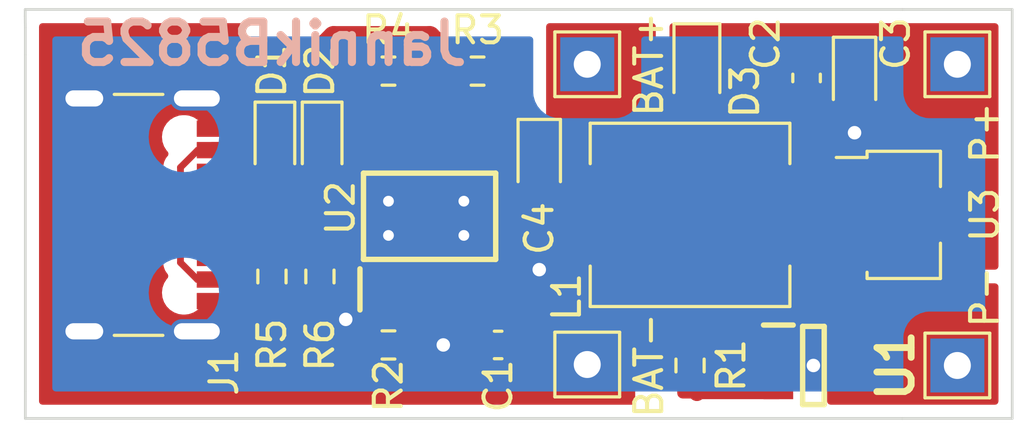
<source format=kicad_pcb>
(kicad_pcb (version 20211014) (generator pcbnew)
  (layers (0 "F.Cu" signal) (31 "B.Cu" signal) (34 "B.Paste" user) (35 "F.Paste" user) (36 "B.SilkS" user "B.Silkscreen") (37 "F.SilkS" user "F.Silkscreen") (38 "B.Mask" user) (39 "F.Mask" user) (44 "Edge.Cuts" user))
  (net 0 "")
  (net 1 "GND")
  (net 2 "+BATT")
  (net 4 "P-")
  (net 5 "P+")
  (net 6 "VBUS")
  (net 7 "Net-(J1-PadA5)")
  (net 11 "Net-(J1-PadB5)")
  (net 15 "/STBY")
  (net 16 "/CHRG")
  (net 17 "Net-(R1-Pad1)")
  (net 18 "Net-(D1-Pad1)")
  (net 19 "Net-(D2-Pad1)")
  (net 20 "/PROG")
  (net 21 "/LX")
  (footprint "Resistor_SMD:R_0603_1608Metric" (layer "F.Cu") (at 42.418 30.734 90)
    (fp_text reference "R6" (at -2.54 0 90) (layer "F.SilkS"))
    (fp_text value "5.1k" hide)
    (fp_line (start -0.237258 0.5225) (end 0.237258 0.5225) (layer "F.SilkS") (width 0.12))
    (fp_line (start -0.237258 -0.5225) (end 0.237258 -0.5225) (layer "F.SilkS") (width 0.12))
    (pad "1" smd roundrect (at -0.825 0 90) (size 0.8 0.95) (layers "F.Cu" "F.Paste" "F.Mask") (net 1 "GND"))
    (pad "2" smd roundrect (at 0.825 0 90) (size 0.8 0.95) (layers "F.Cu" "F.Paste" "F.Mask") (net 7 "Net-(J1-PadA5)"))
  )
  (footprint "Resistor_SMD:R_0603_1608Metric" (layer "F.Cu") (at 48.26 23.114)
    (fp_text reference "R3" (at 0 -1.524 180) (layer "F.SilkS"))
    (fp_text value "510" hide)
    (fp_line (start -0.237258 0.5225) (end 0.237258 0.5225) (layer "F.SilkS") (width 0.12))
    (fp_line (start -0.237258 -0.5225) (end 0.237258 -0.5225) (layer "F.SilkS") (width 0.12))
    (pad "1" smd roundrect (at -0.825 0) (size 0.8 0.95) (layers "F.Cu" "F.Paste" "F.Mask") (net 18 "Net-(D1-Pad1)"))
    (pad "2" smd roundrect (at 0.825 0) (size 0.8 0.95) (layers "F.Cu" "F.Paste" "F.Mask") (net 15 "/STBY"))
  )
  (footprint "LED_SMD:LED_0603_1608Metric" (layer "F.Cu") (at 40.75 25.75 -90)
    (fp_text reference "D1" (at -2.636 0.11 90) (layer "F.SilkS"))
    (fp_text value "LED" hide)
    (fp_line (start -1.485 0.735) (end 0.8 0.735) (layer "F.SilkS") (width 0.12))
    (fp_line (start -1.485 -0.735) (end -1.485 0.735) (layer "F.SilkS") (width 0.12))
    (fp_line (start 0.8 -0.735) (end -1.485 -0.735) (layer "F.SilkS") (width 0.12))
    (pad "1" smd roundrect (at -0.7875 0 270) (size 0.875 0.95) (layers "F.Cu" "F.Paste" "F.Mask") (net 18 "Net-(D1-Pad1)"))
    (pad "2" smd roundrect (at 0.7875 0 270) (size 0.875 0.95) (layers "F.Cu" "F.Paste" "F.Mask") (net 6 "VBUS"))
  )
  (footprint "Resistor_SMD:R_0603_1608Metric" (layer "F.Cu") (at 40.64 30.734 -90)
    (fp_text reference "R5" (at 2.54 0 90) (layer "F.SilkS"))
    (fp_text value "5.1k" hide)
    (fp_line (start -0.237258 0.5225) (end 0.237258 0.5225) (layer "F.SilkS") (width 0.12))
    (fp_line (start -0.237258 -0.5225) (end 0.237258 -0.5225) (layer "F.SilkS") (width 0.12))
    (pad "1" smd roundrect (at -0.825 0 270) (size 0.8 0.95) (layers "F.Cu" "F.Paste" "F.Mask") (net 11 "Net-(J1-PadB5)"))
    (pad "2" smd roundrect (at 0.825 0 270) (size 0.8 0.95) (layers "F.Cu" "F.Paste" "F.Mask") (net 1 "GND"))
  )
  (footprint "TestPoint:TestPoint_THTPad_2.0x2.0mm_Drill1.0mm" (layer "F.Cu") (at 52.324 34)
    (fp_text reference "BAT-" (at 2.286 0.036 270) (layer "F.SilkS"))
    (fp_text value "TestPoint_THTPad_2.0x2.0mm_Drill1.0mm" hide)
    (fp_line (start 1.2 1.2) (end -1.2 1.2) (layer "F.SilkS") (width 0.12))
    (fp_line (start 1.2 -1.2) (end 1.2 1.2) (layer "F.SilkS") (width 0.12))
    (fp_line (start -1.2 -1.2) (end 1.2 -1.2) (layer "F.SilkS") (width 0.12))
    (fp_line (start -1.2 1.2) (end -1.2 -1.2) (layer "F.SilkS") (width 0.12))
    (pad "1" thru_hole rect (at 0 0) (size 2 2) (drill 1) (layers *.Cu *.Mask) (net 1 "GND"))
  )
  (footprint "Capacitor_SMD:C_0603_1608Metric" (layer "F.Cu") (at 60.452 23.368 -90)
    (fp_text reference "C2" (at -1.27 1.524 90) (layer "F.SilkS"))
    (fp_text value "100nF" hide)
    (fp_line (start -0.14058 0.51) (end 0.14058 0.51) (layer "F.SilkS") (width 0.12))
    (fp_line (start -0.14058 -0.51) (end 0.14058 -0.51) (layer "F.SilkS") (width 0.12))
    (pad "1" smd roundrect (at -0.775 0 270) (size 0.9 0.95) (layers "F.Cu" "F.Paste" "F.Mask") (net 5 "P+"))
    (pad "2" smd roundrect (at 0.775 0 270) (size 0.9 0.95) (layers "F.Cu" "F.Paste" "F.Mask") (net 1 "GND"))
  )
  (footprint "SamacSys_Parts:SOT95P290X124-5N" (layer "F.Cu") (at 60.706 34.036)
    (fp_text reference "U1" (at 3.048 0 90) (layer "F.SilkS") (effects (font (size 1.27 1.27) (thickness 0.254))))
    (fp_text value "DW02C" hide)
    (fp_line (start 0.4 -1.45) (end 0.4 1.45) (layer "F.SilkS") (width 0.2))
    (fp_line (start -0.4 -1.45) (end 0.4 -1.45) (layer "F.SilkS") (width 0.2))
    (fp_line (start -1.85 -1.5) (end -0.75 -1.5) (layer "F.SilkS") (width 0.2))
    (fp_line (start -0.4 1.45) (end -0.4 -1.45) (layer "F.SilkS") (width 0.2))
    (fp_line (start 0.4 1.45) (end -0.4 1.45) (layer "F.SilkS") (width 0.2))
    (pad "1" smd rect locked (at -1.3 -0.95 90) (size 0.6 1.1) (layers "F.Cu" "F.Paste" "F.Mask"))
    (pad "2" smd rect locked (at -1.3 0 90) (size 0.6 1.1) (layers "F.Cu" "F.Paste" "F.Mask") (net 1 "GND"))
    (pad "3" smd rect locked (at -1.3 0.95 90) (size 0.6 1.1) (layers "F.Cu" "F.Paste" "F.Mask") (net 17 "Net-(R1-Pad1)"))
    (pad "4" smd rect locked (at 1.3 0.95 90) (size 0.6 1.1) (layers "F.Cu" "F.Paste" "F.Mask") (net 4 "P-"))
    (pad "5" smd rect locked (at 1.3 -0.95 90) (size 0.6 1.1) (layers "F.Cu" "F.Paste" "F.Mask") (net 4 "P-"))
  )
  (footprint "TestPoint:TestPoint_THTPad_2.0x2.0mm_Drill1.0mm" (layer "F.Cu") (at 66.04 22.86 180)
    (fp_text reference "P+" (at -1.016 -2.54 90) (layer "F.SilkS"))
    (fp_text value "TestPoint_THTPad_2.0x2.0mm_Drill1.0mm" hide)
    (fp_line (start -1.2 1.2) (end -1.2 -1.2) (layer "F.SilkS") (width 0.12))
    (fp_line (start 1.2 1.2) (end -1.2 1.2) (layer "F.SilkS") (width 0.12))
    (fp_line (start 1.2 -1.2) (end 1.2 1.2) (layer "F.SilkS") (width 0.12))
    (fp_line (start -1.2 -1.2) (end 1.2 -1.2) (layer "F.SilkS") (width 0.12))
    (pad "1" thru_hole rect (at 0 0 180) (size 2 2) (drill 1) (layers *.Cu *.Mask) (net 5 "P+"))
  )
  (footprint "Capacitor_Tantalum_SMD:CP_EIA-1608-08_AVX-J" (layer "F.Cu") (at 62.23 23.368 -90)
    (fp_text reference "C3" (at -1.27 -1.524 -270) (layer "F.SilkS"))
    (fp_text value "100uF" hide)
    (fp_line (start -1.51 -0.785) (end -1.51 0.785) (layer "F.SilkS") (width 0.12))
    (fp_line (start 0.8 -0.785) (end -1.51 -0.785) (layer "F.SilkS") (width 0.12))
    (fp_line (start -1.51 0.785) (end 0.8 0.785) (layer "F.SilkS") (width 0.12))
    (pad "1" smd roundrect (at -0.7125 0 270) (size 1.075 1.05) (layers "F.Cu" "F.Paste" "F.Mask") (roundrect_rratio 0.2380952381) (net 5 "P+"))
    (pad "2" smd roundrect (at 0.7125 0 270) (size 1.075 1.05) (layers "F.Cu" "F.Paste" "F.Mask") (roundrect_rratio 0.2380952381) (net 1 "GND"))
  )
  (footprint "Connector_USB:USB_C_Receptacle_Palconn_UTC16-G" (layer "F.Cu") (at 35.927 28.448 -90)
    (fp_text reference "J1" (at 5.842 -2.935 90) (layer "F.SilkS"))
    (fp_text value "USB_C_Receptacle_Palconn_UTC16-G" hide)
    (fp_line (start 4.47 -0.67) (end 4.47 1.13) (layer "F.SilkS") (width 0.12))
    (fp_line (start -4.47 -0.67) (end -4.47 1.13) (layer "F.SilkS") (width 0.12))
    (pad "" np_thru_hole circle (at 2.89 -1.45 90) (size 0.6 0.6) (drill 0.6) (layers *.Cu *.Mask))
    (pad "" np_thru_hole circle (at -2.89 -1.45 90) (size 0.6 0.6) (drill 0.6) (layers *.Cu *.Mask))
    (pad "A1" smd rect (at -3.2 -2.51 270) (size 0.6 1.16) (layers "F.Cu" "F.Paste" "F.Mask") (net 1 "GND"))
    (pad "A4" smd rect (at -2.4 -2.51 270) (size 0.6 1.16) (layers "F.Cu" "F.Paste" "F.Mask") (net 6 "VBUS"))
    (pad "A5" smd rect (at -1.25 -2.51 90) (size 0.3 1.16) (layers "F.Cu" "F.Paste" "F.Mask") (net 7 "Net-(J1-PadA5)"))
    (pad "A6" smd rect (at -0.25 -2.51 90) (size 0.3 1.16) (layers "F.Cu" "F.Paste" "F.Mask"))
    (pad "A7" smd rect (at 0.25 -2.51 90) (size 0.3 1.16) (layers "F.Cu" "F.Paste" "F.Mask"))
    (pad "A8" smd rect (at 1.25 -2.51 90) (size 0.3 1.16) (layers "F.Cu" "F.Paste" "F.Mask"))
    (pad "A9" smd rect (at 2.4 -2.51 270) (size 0.6 1.16) (layers "F.Cu" "F.Paste" "F.Mask") (net 6 "VBUS"))
    (pad "A12" smd rect (at 3.2 -2.51 270) (size 0.6 1.16) (layers "F.Cu" "F.Paste" "F.Mask") (net 1 "GND"))
    (pad "B1" smd rect (at 3.2 -2.51 270) (size 0.6 1.16) (layers "F.Cu" "F.Paste" "F.Mask") (net 1 "GND"))
    (pad "B4" smd rect (at 2.4 -2.51 270) (size 0.6 1.16) (layers "F.Cu" "F.Paste" "F.Mask") (net 6 "VBUS"))
    (pad "B5" smd rect (at 1.75 -2.51 90) (size 0.3 1.16) (layers "F.Cu" "F.Paste" "F.Mask") (net 11 "Net-(J1-PadB5)"))
    (pad "B6" smd rect (at 0.75 -2.51 90) (size 0.3 1.16) (layers "F.Cu" "F.Paste" "F.Mask"))
    (pad "B7" smd rect (at -0.75 -2.51 90) (size 0.3 1.16) (layers "F.Cu" "F.Paste" "F.Mask"))
    (pad "B8" smd rect (at -1.75 -2.51 90) (size 0.3 1.16) (layers "F.Cu" "F.Paste" "F.Mask"))
    (pad "B9" smd rect (at -2.4 -2.51 270) (size 0.6 1.16) (layers "F.Cu" "F.Paste" "F.Mask") (net 6 "VBUS"))
    (pad "B12" smd rect (at -3.2 -2.51 270) (size 0.6 1.16) (layers "F.Cu" "F.Paste" "F.Mask") (net 1 "GND"))
    (pad "S1" thru_hole oval (at 4.32 -1.93) (size 2 0.9) (drill oval 1.7 0.6) (layers *.Cu *.Mask) (net 1 "GND"))
    (pad "S1" thru_hole oval (at -4.32 2.24) (size 1.7 0.9) (drill oval 1.4 0.6) (layers *.Cu *.Mask) (net 1 "GND"))
    (pad "S1" thru_hole oval (at 4.32 2.24) (size 1.7 0.9) (drill oval 1.4 0.6) (layers *.Cu *.Mask) (net 1 "GND"))
    (pad "S1" thru_hole oval (at -4.32 -1.93) (size 2 0.9) (drill oval 1.7 0.6) (layers *.Cu *.Mask) (net 1 "GND"))
  )
  (footprint "Capacitor_SMD:C_0603_1608Metric" (layer "F.Cu") (at 49.022 33.274)
    (fp_text reference "C1" (at 0 1.524 270) (layer "F.SilkS"))
    (fp_text value "10uF" hide)
    (fp_line (start -0.14058 0.51) (end 0.14058 0.51) (layer "F.SilkS") (width 0.12))
    (fp_line (start -0.14058 -0.51) (end 0.14058 -0.51) (layer "F.SilkS") (width 0.12))
    (pad "1" smd roundrect (at -0.775 0) (size 0.9 0.95) (layers "F.Cu" "F.Paste" "F.Mask") (net 6 "VBUS"))
    (pad "2" smd roundrect (at 0.775 0) (size 0.9 0.95) (layers "F.Cu" "F.Paste" "F.Mask") (net 1 "GND"))
  )
  (footprint "Package_TO_SOT_SMD:SOT-89-3" (layer "F.Cu") (at 63.754 28.448)
    (fp_text reference "U3" (at 3.302 0 90) (layer "F.SilkS"))
    (fp_text value "ME2110A50PG" hide)
    (fp_line (start -1.06 -2.36) (end -1.06 -2.13) (layer "F.SilkS") (width 0.12))
    (fp_line (start 1.66 -2.36) (end 1.66 -1.05) (layer "F.SilkS") (width 0.12))
    (fp_line (start -1.06 -2.36) (end 1.66 -2.36) (layer "F.SilkS") (width 0.12))
    (fp_line (start -1.06 2.36) (end -1.06 2.13) (layer "F.SilkS") (width 0.12))
    (fp_line (start 1.66 1.05) (end 1.66 2.36) (layer "F.SilkS") (width 0.12))
    (fp_line (start -2.2 -2.13) (end -1.06 -2.13) (layer "F.SilkS") (width 0.12))
    (fp_line (start 1.66 2.36) (end -1.06 2.36) (layer "F.SilkS") (width 0.12))
    (pad "1" smd rect locked (at -1.65 -1.5) (size 1.3 0.9) (layers "F.Cu" "F.Paste" "F.Mask") (net 1 "GND"))
    (pad "2" smd custom locked (at -1.5625 0) (size 1.475 0.9) (layers "F.Cu" "F.Paste" "F.Mask") (net 5 "P+") (options (clearance outline) (anchor rect)) (primitives (gr_poly (pts (xy 3.8625 0.8665) (xy 0.7375 0.8665) (xy 0.7375 -0.8665) (xy 3.8625 -0.8665)) (width 0) (fill yes))))
    (pad "3" smd rect locked (at -1.65 1.5) (size 1.3 0.9) (layers "F.Cu" "F.Paste" "F.Mask") (net 21 "/LX"))
  )
  (footprint "SamacSys_Parts:SOIC127P600X180-8N" (layer "F.Cu") (at 46.482 28.5 90)
    (fp_text reference "U2" (at 0.306 -3.302 270) (layer "F.SilkS"))
    (fp_text value "ME4057ASPG-NA" hide)
    (fp_line (start 1.6 2.45) (end -1.6 2.45) (layer "F.SilkS") (width 0.2))
    (fp_line (start -1.6 -2.45) (end 1.6 -2.45) (layer "F.SilkS") (width 0.2))
    (fp_line (start -3.475 -2.58) (end -1.95 -2.58) (layer "F.SilkS") (width 0.2))
    (fp_line (start 1.6 -2.45) (end 1.6 2.45) (layer "F.SilkS") (width 0.2))
    (fp_line (start -1.6 2.45) (end -1.6 -2.45) (layer "F.SilkS") (width 0.2))
    (pad "1" smd rect locked (at -2.712 -1.905 180) (size 0.65 1.525) (layers "F.Cu" "F.Paste" "F.Mask") (net 1 "GND"))
    (pad "2" smd rect locked (at -2.712 -0.635 180) (size 0.65 1.525) (layers "F.Cu" "F.Paste" "F.Mask") (net 20 "/PROG"))
    (pad "3" smd rect locked (at -2.712 0.635 180) (size 0.65 1.525) (layers "F.Cu" "F.Paste" "F.Mask") (net 1 "GND"))
    (pad "4" smd rect locked (at -2.712 1.905 180) (size 0.65 1.525) (layers "F.Cu" "F.Paste" "F.Mask") (net 6 "VBUS"))
    (pad "5" smd rect locked (at 2.712 1.905 180) (size 0.65 1.525) (layers "F.Cu" "F.Paste" "F.Mask") (net 2 "+BATT"))
    (pad "6" smd rect locked (at 2.712 0.635 180) (size 0.65 1.525) (layers "F.Cu" "F.Paste" "F.Mask") (net 15 "/STBY"))
    (pad "7" smd rect locked (at 2.712 -0.635 180) (size 0.65 1.525) (layers "F.Cu" "F.Paste" "F.Mask") (net 16 "/CHRG"))
    (pad "8" smd rect locked (at 2.712 -1.905 180) (size 0.65 1.525) (layers "F.Cu" "F.Paste" "F.Mask") (net 6 "VBUS"))
  )
  (footprint "LED_SMD:LED_0603_1608Metric" (layer "F.Cu") (at 42.5 25.75 -90)
    (fp_text reference "D2" (at -2.636 0.082 90) (layer "F.SilkS"))
    (fp_text value "LED" hide)
    (fp_line (start -1.485 -0.735) (end -1.485 0.735) (layer "F.SilkS") (width 0.12))
    (fp_line (start -1.485 0.735) (end 0.8 0.735) (layer "F.SilkS") (width 0.12))
    (fp_line (start 0.8 -0.735) (end -1.485 -0.735) (layer "F.SilkS") (width 0.12))
    (pad "1" smd roundrect (at -0.7875 0 270) (size 0.875 0.95) (layers "F.Cu" "F.Paste" "F.Mask") (net 19 "Net-(D2-Pad1)"))
    (pad "2" smd roundrect (at 0.7875 0 270) (size 0.875 0.95) (layers "F.Cu" "F.Paste" "F.Mask") (net 6 "VBUS"))
  )
  (footprint "TestPoint:TestPoint_THTPad_2.0x2.0mm_Drill1.0mm" (layer "F.Cu") (at 66.04 34.036)
    (fp_text reference "P-" (at 1.016 -2.54 90) (layer "F.SilkS"))
    (fp_text value "TestPoint_THTPad_2.0x2.0mm_Drill1.0mm" hide)
    (fp_line (start 1.2 1.2) (end -1.2 1.2) (layer "F.SilkS") (width 0.12))
    (fp_line (start -1.2 -1.2) (end 1.2 -1.2) (layer "F.SilkS") (width 0.12))
    (fp_line (start -1.2 1.2) (end -1.2 -1.2) (layer "F.SilkS") (width 0.12))
    (fp_line (start 1.2 -1.2) (end 1.2 1.2) (layer "F.SilkS") (width 0.12))
    (pad "1" thru_hole rect (at 0 0) (size 2 2) (drill 1) (layers *.Cu *.Mask) (net 4 "P-"))
  )
  (footprint "Resistor_SMD:R_0603_1608Metric" (layer "F.Cu") (at 44.958 33.274)
    (fp_text reference "R2" (at 0 1.524 90 unlocked) (layer "F.SilkS"))
    (fp_text value "2.2k" hide)
    (fp_line (start -0.237258 -0.5225) (end 0.237258 -0.5225) (layer "F.SilkS") (width 0.12))
    (fp_line (start -0.237258 0.5225) (end 0.237258 0.5225) (layer "F.SilkS") (width 0.12))
    (pad "1" smd roundrect (at -0.825 0) (size 0.8 0.95) (layers "F.Cu" "F.Paste" "F.Mask") (net 1 "GND"))
    (pad "2" smd roundrect (at 0.825 0) (size 0.8 0.95) (layers "F.Cu" "F.Paste" "F.Mask") (net 20 "/PROG"))
  )
  (footprint "Resistor_SMD:R_0603_1608Metric" (layer "F.Cu") (at 56.134 34.036 90)
    (fp_text reference "R1" (at 0 1.524 90) (layer "F.SilkS"))
    (fp_text value "100" hide)
    (fp_line (start -0.237258 0.5225) (end 0.237258 0.5225) (layer "F.SilkS") (width 0.12))
    (fp_line (start -0.237258 -0.5225) (end 0.237258 -0.5225) (layer "F.SilkS") (width 0.12))
    (pad "1" smd roundrect (at -0.825 0 90) (size 0.8 0.95) (layers "F.Cu" "F.Paste" "F.Mask") (net 17 "Net-(R1-Pad1)"))
    (pad "2" smd roundrect (at 0.825 0 90) (size 0.8 0.95) (layers "F.Cu" "F.Paste" "F.Mask") (net 2 "+BATT"))
  )
  (footprint "Inductor_SMD:L_Abracon_ASPI-0630LR" (layer "F.Cu") (at 56.134 28.448 180)
    (fp_text reference "L1" (at 4.572 -3.048 90) (layer "F.SilkS"))
    (fp_text value "22uH" hide)
    (fp_line (start 3.7 -3.4) (end -3.7 -3.4) (layer "F.SilkS") (width 0.12))
    (fp_line (start -3.7 -3.4) (end -3.7 -1.9) (layer "F.SilkS") (width 0.12))
    (fp_line (start -3.7 3.4) (end 3.7 3.4) (layer "F.SilkS") (width 0.12))
    (fp_line (start -3.7 3.4) (end -3.7 1.9) (layer "F.SilkS") (width 0.12))
    (fp_line (start 3.7 -3.4) (end 3.7 -1.9) (layer "F.SilkS") (width 0.12))
    (fp_line (start 3.7 3.4) (end 3.7 1.9) (layer "F.SilkS") (width 0.12))
    (pad "1" smd roundrect (at -3.025 0 180) (size 2.35 3.4) (layers "F.Cu" "F.Paste" "F.Mask") (roundrect_rratio 0.1) (net 21 "/LX"))
    (pad "2" smd roundrect (at 3.025 0 180) (size 2.35 3.4) (layers "F.Cu" "F.Paste" "F.Mask") (roundrect_rratio 0.1) (net 2 "+BATT"))
  )
  (footprint "Resistor_SMD:R_0603_1608Metric" (layer "F.Cu") (at 44.958 23.114)
    (fp_text reference "R4" (at 0 -1.524) (layer "F.SilkS"))
    (fp_text value "510" hide)
    (fp_line (start -0.237258 -0.5225) (end 0.237258 -0.5225) (layer "F.SilkS") (width 0.12))
    (fp_line (start -0.237258 0.5225) (end 0.237258 0.5225) (layer "F.SilkS") (width 0.12))
    (pad "1" smd roundrect (at -0.825 0) (size 0.8 0.95) (layers "F.Cu" "F.Paste" "F.Mask") (net 19 "Net-(D2-Pad1)"))
    (pad "2" smd roundrect (at 0.825 0) (size 0.8 0.95) (layers "F.Cu" "F.Paste" "F.Mask") (net 16 "/CHRG"))
  )
  (footprint "TestPoint:TestPoint_THTPad_2.0x2.0mm_Drill1.0mm" (layer "F.Cu") (at 52.324 22.86 180)
    (fp_text reference "BAT+" (at -2.286 0 90) (layer "F.SilkS"))
    (fp_text value "TestPoint_THTPad_2.0x2.0mm_Drill1.0mm" hide)
    (fp_line (start -1.2 1.2) (end -1.2 -1.2) (layer "F.SilkS") (width 0.12))
    (fp_line (start 1.2 -1.2) (end 1.2 1.2) (layer "F.SilkS") (width 0.12))
    (fp_line (start 1.2 1.2) (end -1.2 1.2) (layer "F.SilkS") (width 0.12))
    (fp_line (start -1.2 -1.2) (end 1.2 -1.2) (layer "F.SilkS") (width 0.12))
    (pad "1" thru_hole rect (at 0 0 180) (size 2 2) (drill 1) (layers *.Cu *.Mask) (net 2 "+BATT"))
  )
  (footprint "Diode_SMD:D_SOD-323" (layer "F.Cu") (at 56.388 22.86 -90)
    (fp_text reference "D3" (at 1.016 -1.778 -270) (layer "F.SilkS"))
    (fp_text value "1N5817" hide)
    (fp_line (start -1.5 -0.85) (end -1.5 0.85) (layer "F.SilkS") (width 0.12))
    (fp_line (start -1.5 0.85) (end 1.05 0.85) (layer "F.SilkS") (width 0.12))
    (fp_line (start -1.5 -0.85) (end 1.05 -0.85) (layer "F.SilkS") (width 0.12))
    (pad "1" smd rect (at -1.05 0 270) (size 0.6 0.45) (layers "F.Cu" "F.Paste" "F.Mask") (net 5 "P+"))
    (pad "2" smd rect (at 1.05 0 270) (size 0.6 0.45) (layers "F.Cu" "F.Paste" "F.Mask") (net 21 "/LX"))
  )
  (footprint "Capacitor_Tantalum_SMD:CP_EIA-1608-08_AVX-J" (layer "F.Cu") (at 50.546 26.416 -90)
    (fp_text reference "C4" (at 2.54 0 90) (layer "F.SilkS"))
    (fp_text value "100uF" hide)
    (fp_line (start -1.51 0.785) (end 0.8 0.785) (layer "F.SilkS") (width 0.12))
    (fp_line (start -1.51 -0.785) (end -1.51 0.785) (layer "F.SilkS") (width 0.12))
    (fp_line (start 0.8 -0.785) (end -1.51 -0.785) (layer "F.SilkS") (width 0.12))
    (pad "1" smd roundrect (at -0.7125 0 270) (size 1.075 1.05) (layers "F.Cu" "F.Paste" "F.Mask") (roundrect_rratio 0.2380952381) (net 2 "+BATT"))
    (pad "2" smd roundrect (at 0.7125 0 270) (size 1.075 1.05) (layers "F.Cu" "F.Paste" "F.Mask") (roundrect_rratio 0.2380952381) (net 1 "GND"))
  )
  (gr_line (start 31.5 22.5) (end 31.5 35) (layer "Edge.Cuts") (width 0.1))
  (gr_line (start 31.5 36) (end 64 36) (layer "Edge.Cuts") (width 0.1))
  (gr_line (start 68.072 20.828) (end 68.072 36) (layer "Edge.Cuts") (width 0.1))
  (gr_line (start 68.072 36) (end 64 36) (layer "Edge.Cuts") (width 0.1))
  (gr_line (start 31.5 35) (end 31.5 36) (layer "Edge.Cuts") (width 0.1))
  (gr_line (start 31.5 21.5) (end 31.496 21.082) (layer "Edge.Cuts") (width 0.1))
  (gr_line (start 31.5 21.5) (end 31.5 22.5) (layer "Edge.Cuts") (width 0.1))
  (gr_line (start 31.496 20.828) (end 64.008 20.828) (layer "Edge.Cuts") (width 0.1))
  (gr_line (start 64.008 20.828) (end 68.072 20.828) (layer "Edge.Cuts") (width 0.1))
  (gr_line (start 31.496 21.082) (end 31.496 20.828) (layer "Edge.Cuts") (width 0.1))
  (gr_text "JannikB5825" (at 40.64 22.098) (layer "B.SilkS") (effects (font (size 1.5 1.5) (thickness 0.3)) (justify mirror)))
  (segment (start 49.797 33.261) (end 49.797 33.274) (width 0.8) (layer "F.Cu") (net 1))
  (segment (start 59.406 34.036) (end 60.706 34.036) (width 0.6) (layer "F.Cu") (net 1))
  (segment (start 50.546 30.48) (end 50.546 32.512) (width 0.8) (layer "F.Cu") (net 1))
  (segment (start 50.546 32.512) (end 49.797 33.261) (width 0.8) (layer "F.Cu") (net 1))
  (segment (start 50.546 27.1285) (end 50.546 30.48) (width 0.8) (layer "F.Cu") (net 1))
  (via (at 47.752 27.94) (size 0.6) (drill 0.4) (layers "F.Cu" "B.Cu") (net 1))
  (via (at 50.546 30.48) (size 1) (drill 0.5) (layers "F.Cu" "B.Cu") (net 1))
  (via (at 46.99 33.274) (size 1) (drill 0.5) (layers "F.Cu" "B.Cu") (net 1))
  (via (at 44.958 29.21) (size 0.6) (drill 0.4) (layers "F.Cu" "B.Cu") (net 1))
  (via (at 43.375 32.325) (size 1) (drill 0.5) (layers "F.Cu" "B.Cu") (net 1))
  (via (at 44.958 27.94) (size 0.6) (drill 0.4) (layers "F.Cu" "B.Cu") (net 1))
  (via (at 47.752 29.21) (size 0.6) (drill 0.4) (layers "F.Cu" "B.Cu") (net 1))
  (via (at 62.23 25.4) (size 1) (drill 0.5) (layers "F.Cu" "B.Cu") (net 1))
  (via (at 60.706 34.036) (size 1) (drill 0.5) (layers "F.Cu" "B.Cu") (net 1))
  (segment (start 48.387 31.212) (end 48.387 33.134) (width 0.6) (layer "F.Cu") (net 6))
  (segment (start 37.889979 26.048) (end 38.437 26.048) (width 0.25) (layer "F.Cu") (net 6))
  (segment (start 48.387 33.134) (end 48.247 33.274) (width 0.6) (layer "F.Cu") (net 6))
  (segment (start 40.2605 26.048) (end 40.75 26.5375) (width 0.6) (layer "F.Cu") (net 6))
  (segment (start 37.88 30.848) (end 37.25 30.218) (width 0.25) (layer "F.Cu") (net 6))
  (segment (start 38.437 26.048) (end 40.2605 26.048) (width 0.6) (layer "F.Cu") (net 6))
  (segment (start 43.212 25.788) (end 44.577 25.788) (width 0.6) (layer "F.Cu") (net 6))
  (segment (start 42.5 26.5) (end 43.212 25.788) (width 0.6) (layer "F.Cu") (net 6))
  (segment (start 40.75 26.5375) (end 42.5 26.5375) (width 0.6) (layer "F.Cu") (net 6))
  (segment (start 38.437 30.848) (end 37.88 30.848) (width 0.25) (layer "F.Cu") (net 6))
  (segment (start 37.25 26.687979) (end 37.889979 26.048) (width 0.25) (layer "F.Cu") (net 6))
  (segment (start 37.25 30.218) (end 37.25 26.687979) (width 0.25) (layer "F.Cu") (net 6))
  (segment (start 42.5 26.5375) (end 42.5 26.5) (width 0.25) (layer "F.Cu") (net 6))
  (segment (start 38.437 27.198) (end 39.898 27.198) (width 0.25) (layer "F.Cu") (net 7))
  (segment (start 40.386 27.686) (end 41.91 27.686) (width 0.25) (layer "F.Cu") (net 7))
  (segment (start 41.91 27.686) (end 42.418 28.194) (width 0.25) (layer "F.Cu") (net 7))
  (segment (start 42.418 28.194) (end 42.418 29.909) (width 0.25) (layer "F.Cu") (net 7))
  (segment (start 39.898 27.198) (end 40.386 27.686) (width 0.25) (layer "F.Cu") (net 7))
  (segment (start 38.437 30.198) (end 40.351 30.198) (width 0.25) (layer "F.Cu") (net 11))
  (segment (start 40.351 30.198) (end 40.64 29.909) (width 0.25) (layer "F.Cu") (net 11))
  (segment (start 47.117 25.082) (end 49.085 23.114) (width 0.65) (layer "F.Cu") (net 15))
  (segment (start 47.117 25.788) (end 47.117 25.082) (width 0.65) (layer "F.Cu") (net 15))
  (segment (start 45.847 25.788) (end 45.847 23.178) (width 0.65) (layer "F.Cu") (net 16))
  (segment (start 45.847 23.178) (end 45.783 23.114) (width 0.65) (layer "F.Cu") (net 16))
  (segment (start 56.134 34.861) (end 56.197 34.861) (width 0.6) (layer "F.Cu") (net 17))
  (segment (start 56.454 34.986) (end 59.406 34.986) (width 0.6) (layer "F.Cu") (net 17))
  (segment (start 56.197 34.861) (end 56.388 35.052) (width 0.6) (layer "F.Cu") (net 17))
  (segment (start 56.388 35.052) (end 56.454 34.986) (width 0.6) (layer "F.Cu") (net 17))
  (segment (start 47.435 23.051) (end 47.435 23.114) (width 0.65) (layer "F.Cu") (net 18))
  (segment (start 40.75 24.9625) (end 40.75 24.02) (width 0.8) (layer "F.Cu") (net 18))
  (segment (start 42.926 21.844) (end 46.482 21.844) (width 0.8) (layer "F.Cu") (net 18))
  (segment (start 47.435 22.797) (end 47.435 23.114) (width 0.8) (layer "F.Cu") (net 18))
  (segment (start 40.75 24.02) (end 42.926 21.844) (width 0.8) (layer "F.Cu") (net 18))
  (segment (start 46.482 21.844) (end 47.435 22.797) (width 0.8) (layer "F.Cu") (net 18))
  (segment (start 42.5 24.9625) (end 42.5 24.048) (width 0.8) (layer "F.Cu") (net 19))
  (segment (start 42.5 24.048) (end 43.434 23.114) (width 0.8) (layer "F.Cu") (net 19))
  (segment (start 43.434 23.114) (end 44.133 23.114) (width 0.8) (layer "F.Cu") (net 19))
  (segment (start 45.847 33.21) (end 45.783 33.274) (width 0.6) (layer "F.Cu") (net 20))
  (segment (start 45.847 31.212) (end 45.847 33.21) (width 0.6) (layer "F.Cu") (net 20))
  (zone (net 5) (net_name "P+") (layer "F.Cu") (connect_pads yes (clearance 0.508)) (min_thickness 0.254) (fill yes (thermal_gap 0.508) (thermal_bridge_width 0.508))
    (polygon (pts (xy 68.326 30.48) (xy 63.5 30.48) (xy 63.5 28.956) (xy 61.214 28.956) (xy 61.214 27.94) (xy 63.5 27.94) (xy 63.5 23.114) (xy 55.372 23.114) (xy 55.372 20.574) (xy 68.326 20.574)))
  )
  (zone (net 1) (net_name "GND") (layer "F.Cu") (connect_pads yes (clearance 0.508)) (min_thickness 0.254) (fill yes (thermal_gap 0.508) (thermal_bridge_width 0.508))
    (polygon (pts (xy 62.992 27.432) (xy 61.214 27.432) (xy 61.214 24.638) (xy 59.69 24.638) (xy 59.69 23.622) (xy 62.992 23.622)))
  )
  (zone (net 2) (net_name "+BATT") (layer "F.Cu") (connect_pads yes (clearance 0.508)) (min_thickness 0.254) (fill yes (thermal_gap 0.508) (thermal_bridge_width 0.508))
    (polygon (pts (xy 54.864 23.368) (xy 54.864 30.988) (xy 59.944 30.988) (xy 59.944 33.782) (xy 54.61 33.782) (xy 54.61 31.75) (xy 51.816 31.75) (xy 51.816 26.416) (xy 48.006 26.416) (xy 48.006 24.892) (xy 50.8 24.892) (xy 50.8 20.574) (xy 54.864 20.574)))
  )
  (zone (net 4) (net_name "P-") (layer "F.Cu") (connect_pads yes (clearance 0.508)) (min_thickness 0.254) (fill yes (thermal_gap 0.508) (thermal_bridge_width 0.508))
    (polygon (pts (xy 68.326 36.322) (xy 61.214 36.322) (xy 61.214 30.988) (xy 68.326 30.988)))
  )
  (zone (net 21) (net_name "/LX") (layer "F.Cu") (connect_pads yes (clearance 1)) (min_thickness 0.254) (fill yes (thermal_gap 0.508) (thermal_bridge_width 0.508))
    (polygon (pts (xy 57.404 25.146) (xy 59.182 25.146) (xy 60.706 26.67) (xy 60.706 29.464) (xy 62.992 29.464) (xy 62.992 30.48) (xy 56.896 30.48) (xy 55.372 28.956) (xy 55.372 23.622) (xy 57.404 23.622)))
  )
  (zone (net 6) (net_name "VBUS") (layer "F.Cu") (connect_pads yes (clearance 0.254)) (min_thickness 0.254) (fill yes (thermal_gap 0.508) (thermal_bridge_width 0.508))
    (polygon (pts (xy 45.212 26.924) (xy 49.022 26.924) (xy 49.022 32.258) (xy 47.752 32.258) (xy 47.752 30.226) (xy 43.688 30.226) (xy 43.688 24.892) (xy 45.212 24.892)))
  )
  (zone (net 1) (net_name "GND") (layer "F.Cu") (connect_pads yes (clearance 0.508)) (min_thickness 0.254) (fill yes (thermal_gap 0.508) (thermal_bridge_width 0.508))
    (polygon (pts (xy 39.624 27.178) (xy 43.18 27.178) (xy 43.18 30.734) (xy 47.244 30.734) (xy 47.244 32.766) (xy 49.53 32.766) (xy 49.53 32.258) (xy 54.102 32.258) (xy 54.102 36.322) (xy 31.242 36.322) (xy 31.242 20.574) (xy 39.624 20.574)))
  )
  (zone (net 1) (net_name "GND") (layer "B.Cu") (connect_pads yes (clearance 1)) (min_thickness 0.254) (fill yes (thermal_gap 0.508) (thermal_bridge_width 0.508))
    (polygon (pts (xy 68.524 36.512) (xy 31 36.512) (xy 31 20.476) (xy 68.524 20.476)))
  )
)
</source>
